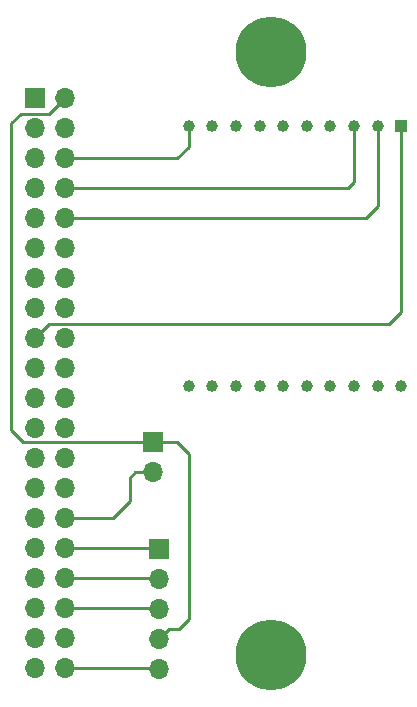
<source format=gbr>
G04 #@! TF.GenerationSoftware,KiCad,Pcbnew,(5.0.1)-4*
G04 #@! TF.CreationDate,2019-03-02T13:01:10-06:00*
G04 #@! TF.ProjectId,ccu_pcb2,6363755F706362322E6B696361645F70,rev?*
G04 #@! TF.SameCoordinates,Original*
G04 #@! TF.FileFunction,Copper,L2,Bot,Signal*
G04 #@! TF.FilePolarity,Positive*
%FSLAX46Y46*%
G04 Gerber Fmt 4.6, Leading zero omitted, Abs format (unit mm)*
G04 Created by KiCad (PCBNEW (5.0.1)-4) date 2019-03-02 1:01:10 PM*
%MOMM*%
%LPD*%
G01*
G04 APERTURE LIST*
G04 #@! TA.AperFunction,ComponentPad*
%ADD10R,1.008000X1.008000*%
G04 #@! TD*
G04 #@! TA.AperFunction,ComponentPad*
%ADD11C,1.008000*%
G04 #@! TD*
G04 #@! TA.AperFunction,ComponentPad*
%ADD12R,1.700000X1.700000*%
G04 #@! TD*
G04 #@! TA.AperFunction,ComponentPad*
%ADD13O,1.700000X1.700000*%
G04 #@! TD*
G04 #@! TA.AperFunction,ComponentPad*
%ADD14C,6.000000*%
G04 #@! TD*
G04 #@! TA.AperFunction,Conductor*
%ADD15C,0.250000*%
G04 #@! TD*
G04 APERTURE END LIST*
D10*
G04 #@! TO.P,U1,1*
G04 #@! TO.N,VCC*
X171009000Y-70254000D03*
D11*
G04 #@! TO.P,U1,2*
G04 #@! TO.N,X_DOUT*
X169009000Y-70254000D03*
G04 #@! TO.P,U1,3*
G04 #@! TO.N,X_DIN*
X167009000Y-70254000D03*
G04 #@! TO.P,U1,4*
G04 #@! TO.N,Net-(U1-Pad4)*
X165009000Y-70254000D03*
G04 #@! TO.P,U1,5*
G04 #@! TO.N,Net-(U1-Pad5)*
X163009000Y-70254000D03*
G04 #@! TO.P,U1,6*
G04 #@! TO.N,Net-(U1-Pad6)*
X161009000Y-70254000D03*
G04 #@! TO.P,U1,7*
G04 #@! TO.N,Net-(U1-Pad7)*
X159009000Y-70254000D03*
G04 #@! TO.P,U1,8*
G04 #@! TO.N,Net-(U1-Pad8)*
X157009000Y-70254000D03*
G04 #@! TO.P,U1,9*
G04 #@! TO.N,Net-(U1-Pad9)*
X155009000Y-70254000D03*
G04 #@! TO.P,U1,10*
G04 #@! TO.N,GND*
X153009000Y-70254000D03*
G04 #@! TO.P,U1,20*
G04 #@! TO.N,Net-(U1-Pad20)*
X171009000Y-92254000D03*
G04 #@! TO.P,U1,19*
G04 #@! TO.N,Net-(U1-Pad19)*
X169009000Y-92254000D03*
G04 #@! TO.P,U1,18*
G04 #@! TO.N,Net-(U1-Pad18)*
X167009000Y-92254000D03*
G04 #@! TO.P,U1,17*
G04 #@! TO.N,Net-(U1-Pad17)*
X165009000Y-92254000D03*
G04 #@! TO.P,U1,16*
G04 #@! TO.N,Net-(U1-Pad16)*
X163009000Y-92254000D03*
G04 #@! TO.P,U1,15*
G04 #@! TO.N,Net-(U1-Pad15)*
X161009000Y-92254000D03*
G04 #@! TO.P,U1,14*
G04 #@! TO.N,Net-(U1-Pad14)*
X159009000Y-92254000D03*
G04 #@! TO.P,U1,13*
G04 #@! TO.N,Net-(U1-Pad13)*
X157009000Y-92254000D03*
G04 #@! TO.P,U1,12*
G04 #@! TO.N,Net-(U1-Pad12)*
X155009000Y-92254000D03*
G04 #@! TO.P,U1,11*
G04 #@! TO.N,Net-(U1-Pad11)*
X153009000Y-92254000D03*
G04 #@! TD*
D12*
G04 #@! TO.P,J1,1*
G04 #@! TO.N,Net-(J1-Pad1)*
X140000000Y-67865001D03*
D13*
G04 #@! TO.P,J1,2*
G04 #@! TO.N,5Vsupply*
X142540000Y-67865001D03*
G04 #@! TO.P,J1,3*
G04 #@! TO.N,Net-(J1-Pad3)*
X140000000Y-70405001D03*
G04 #@! TO.P,J1,4*
G04 #@! TO.N,Net-(J1-Pad4)*
X142540000Y-70405001D03*
G04 #@! TO.P,J1,5*
G04 #@! TO.N,Net-(J1-Pad5)*
X140000000Y-72945001D03*
G04 #@! TO.P,J1,6*
G04 #@! TO.N,GND*
X142540000Y-72945001D03*
G04 #@! TO.P,J1,7*
G04 #@! TO.N,Net-(J1-Pad7)*
X140000000Y-75485001D03*
G04 #@! TO.P,J1,8*
G04 #@! TO.N,X_DIN*
X142540000Y-75485001D03*
G04 #@! TO.P,J1,9*
G04 #@! TO.N,Net-(J1-Pad9)*
X140000000Y-78025001D03*
G04 #@! TO.P,J1,10*
G04 #@! TO.N,X_DOUT*
X142540000Y-78025001D03*
G04 #@! TO.P,J1,11*
G04 #@! TO.N,Net-(J1-Pad11)*
X140000000Y-80565001D03*
G04 #@! TO.P,J1,12*
G04 #@! TO.N,Net-(J1-Pad12)*
X142540000Y-80565001D03*
G04 #@! TO.P,J1,13*
G04 #@! TO.N,Net-(J1-Pad13)*
X140000000Y-83105001D03*
G04 #@! TO.P,J1,14*
G04 #@! TO.N,Net-(J1-Pad14)*
X142540000Y-83105001D03*
G04 #@! TO.P,J1,15*
G04 #@! TO.N,Net-(J1-Pad15)*
X140000000Y-85645001D03*
G04 #@! TO.P,J1,16*
G04 #@! TO.N,Net-(J1-Pad16)*
X142540000Y-85645001D03*
G04 #@! TO.P,J1,17*
G04 #@! TO.N,VCC*
X140000000Y-88185001D03*
G04 #@! TO.P,J1,18*
G04 #@! TO.N,Net-(J1-Pad18)*
X142540000Y-88185001D03*
G04 #@! TO.P,J1,19*
G04 #@! TO.N,Net-(J1-Pad19)*
X140000000Y-90725001D03*
G04 #@! TO.P,J1,20*
G04 #@! TO.N,Net-(J1-Pad20)*
X142540000Y-90725001D03*
G04 #@! TO.P,J1,21*
G04 #@! TO.N,Net-(J1-Pad21)*
X140000000Y-93265001D03*
G04 #@! TO.P,J1,22*
G04 #@! TO.N,Net-(J1-Pad22)*
X142540000Y-93265001D03*
G04 #@! TO.P,J1,23*
G04 #@! TO.N,Net-(J1-Pad23)*
X140000000Y-95805001D03*
G04 #@! TO.P,J1,24*
G04 #@! TO.N,Net-(J1-Pad24)*
X142540000Y-95805001D03*
G04 #@! TO.P,J1,25*
G04 #@! TO.N,Net-(J1-Pad25)*
X140000000Y-98345001D03*
G04 #@! TO.P,J1,26*
G04 #@! TO.N,Net-(J1-Pad26)*
X142540000Y-98345001D03*
G04 #@! TO.P,J1,27*
G04 #@! TO.N,Net-(J1-Pad27)*
X140000000Y-100885001D03*
G04 #@! TO.P,J1,28*
G04 #@! TO.N,Net-(J1-Pad28)*
X142540000Y-100885001D03*
G04 #@! TO.P,J1,29*
G04 #@! TO.N,Net-(J1-Pad29)*
X140000000Y-103425001D03*
G04 #@! TO.P,J1,30*
G04 #@! TO.N,GND3*
X142540000Y-103425001D03*
G04 #@! TO.P,J1,31*
G04 #@! TO.N,Net-(J1-Pad31)*
X140000000Y-105965001D03*
G04 #@! TO.P,J1,32*
G04 #@! TO.N,Therm_in_h*
X142540000Y-105965001D03*
G04 #@! TO.P,J1,33*
G04 #@! TO.N,Net-(J1-Pad33)*
X140000000Y-108505001D03*
G04 #@! TO.P,J1,34*
G04 #@! TO.N,GND2*
X142540000Y-108505001D03*
G04 #@! TO.P,J1,35*
G04 #@! TO.N,Net-(J1-Pad35)*
X140000000Y-111045001D03*
G04 #@! TO.P,J1,36*
G04 #@! TO.N,Therm_in_c*
X142540000Y-111045001D03*
G04 #@! TO.P,J1,37*
G04 #@! TO.N,Net-(J1-Pad37)*
X140000000Y-113585001D03*
G04 #@! TO.P,J1,38*
G04 #@! TO.N,Net-(J1-Pad38)*
X142540000Y-113585001D03*
G04 #@! TO.P,J1,39*
G04 #@! TO.N,Net-(J1-Pad39)*
X140000000Y-116125001D03*
G04 #@! TO.P,J1,40*
G04 #@! TO.N,Therm_out*
X142540000Y-116125001D03*
G04 #@! TD*
G04 #@! TO.P,J2,2*
G04 #@! TO.N,GND3*
X150000000Y-99540000D03*
D12*
G04 #@! TO.P,J2,1*
G04 #@! TO.N,5Vsupply*
X150000000Y-97000000D03*
G04 #@! TD*
G04 #@! TO.P,J3,1*
G04 #@! TO.N,Therm_in_h*
X150495000Y-106045000D03*
D13*
G04 #@! TO.P,J3,2*
G04 #@! TO.N,GND2*
X150495000Y-108585000D03*
G04 #@! TO.P,J3,3*
G04 #@! TO.N,Therm_in_c*
X150495000Y-111125000D03*
G04 #@! TO.P,J3,4*
G04 #@! TO.N,5Vsupply*
X150495000Y-113665000D03*
G04 #@! TO.P,J3,5*
G04 #@! TO.N,Therm_out*
X150495000Y-116205000D03*
G04 #@! TD*
D14*
G04 #@! TO.P,,1*
G04 #@! TO.N,N/C*
X160000000Y-115000000D03*
G04 #@! TD*
G04 #@! TO.P,REF\002A\002A,1*
G04 #@! TO.N,N/C*
X160000000Y-64000000D03*
G04 #@! TD*
D15*
G04 #@! TO.N,VCC*
X141175001Y-87010000D02*
X169990000Y-87010000D01*
X140000000Y-88185001D02*
X141175001Y-87010000D01*
X169990000Y-87010000D02*
X171000000Y-86000000D01*
X171000000Y-86000000D02*
X171000000Y-71083001D01*
X171009000Y-71074001D02*
X171009000Y-70254000D01*
X171000000Y-71083001D02*
X171009000Y-71074001D01*
G04 #@! TO.N,5Vsupply*
X151344999Y-112815001D02*
X152184999Y-112815001D01*
X150495000Y-113665000D02*
X151344999Y-112815001D01*
X152184999Y-112815001D02*
X153000000Y-112000000D01*
X153000000Y-112000000D02*
X153000000Y-98000000D01*
X153000000Y-98000000D02*
X152000000Y-97000000D01*
X152000000Y-97000000D02*
X150000000Y-97000000D01*
X141175001Y-69230000D02*
X138770000Y-69230000D01*
X142540000Y-67865001D02*
X141175001Y-69230000D01*
X138770000Y-69230000D02*
X138000000Y-70000000D01*
X138000000Y-70000000D02*
X138000000Y-96000000D01*
X139000000Y-97000000D02*
X150000000Y-97000000D01*
X138000000Y-96000000D02*
X139000000Y-97000000D01*
G04 #@! TO.N,X_DIN*
X142540000Y-75485001D02*
X166514999Y-75485001D01*
X167009000Y-74991000D02*
X167009000Y-70254000D01*
X166514999Y-75485001D02*
X167009000Y-74991000D01*
G04 #@! TO.N,X_DOUT*
X169009000Y-76991000D02*
X169009000Y-70254000D01*
X168000000Y-78000000D02*
X169009000Y-76991000D01*
X164636410Y-78000000D02*
X168000000Y-78000000D01*
X142540000Y-78025001D02*
X164611409Y-78025001D01*
X164611409Y-78025001D02*
X164636410Y-78000000D01*
G04 #@! TO.N,Therm_out*
X150415001Y-116125001D02*
X150495000Y-116205000D01*
X142540000Y-116125001D02*
X150415001Y-116125001D01*
G04 #@! TO.N,Therm_in_h*
X150415001Y-105965001D02*
X150495000Y-106045000D01*
X142540000Y-105965001D02*
X150415001Y-105965001D01*
G04 #@! TO.N,Therm_in_c*
X150415001Y-111045001D02*
X150495000Y-111125000D01*
X142540000Y-111045001D02*
X150415001Y-111045001D01*
G04 #@! TO.N,GND*
X153009000Y-71991000D02*
X153009000Y-70254000D01*
X142540000Y-72945001D02*
X152054999Y-72945001D01*
X152054999Y-72945001D02*
X153009000Y-71991000D01*
G04 #@! TO.N,GND3*
X146574999Y-103425001D02*
X142540000Y-103425001D01*
X148000000Y-102000000D02*
X146574999Y-103425001D01*
X148000000Y-100000000D02*
X148000000Y-102000000D01*
X150000000Y-99540000D02*
X148460000Y-99540000D01*
X148460000Y-99540000D02*
X148000000Y-100000000D01*
G04 #@! TO.N,GND2*
X150415001Y-108505001D02*
X150495000Y-108585000D01*
X142540000Y-108505001D02*
X150415001Y-108505001D01*
G04 #@! TD*
M02*

</source>
